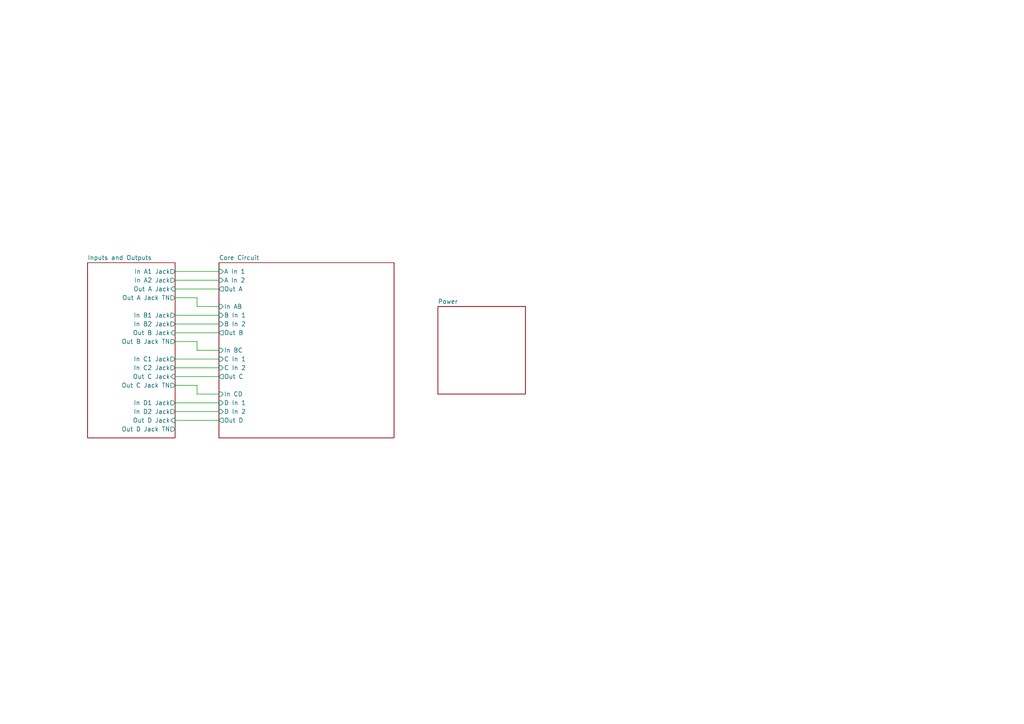
<source format=kicad_sch>
(kicad_sch
	(version 20250114)
	(generator "eeschema")
	(generator_version "9.0")
	(uuid "58f4306d-5387-4983-bb08-41a2313fd315")
	(paper "A4")
	(title_block
		(rev "1")
		(company "DMH Instruments")
		(comment 1 "PCB for 5 cm Kosmo format synthesizer module")
	)
	(lib_symbols)
	(wire
		(pts
			(xy 50.8 93.98) (xy 63.5 93.98)
		)
		(stroke
			(width 0)
			(type default)
		)
		(uuid "02e39b95-bc6b-4f3b-8c2e-4ef584642493")
	)
	(wire
		(pts
			(xy 57.15 99.06) (xy 57.15 101.6)
		)
		(stroke
			(width 0)
			(type default)
		)
		(uuid "158160fc-d0ee-403c-bf07-ae89142fca32")
	)
	(wire
		(pts
			(xy 50.8 109.22) (xy 63.5 109.22)
		)
		(stroke
			(width 0)
			(type default)
		)
		(uuid "21e66f2c-ab8e-435b-a447-60b41cea1003")
	)
	(wire
		(pts
			(xy 50.8 104.14) (xy 63.5 104.14)
		)
		(stroke
			(width 0)
			(type default)
		)
		(uuid "368b8d7a-60ea-4371-9487-1b2c5354c542")
	)
	(wire
		(pts
			(xy 50.8 106.68) (xy 63.5 106.68)
		)
		(stroke
			(width 0)
			(type default)
		)
		(uuid "548cfe8f-454d-4b6e-8918-e2abe8cb44de")
	)
	(wire
		(pts
			(xy 50.8 99.06) (xy 57.15 99.06)
		)
		(stroke
			(width 0)
			(type default)
		)
		(uuid "56159071-4cfa-4e27-af49-f3d40532ee73")
	)
	(wire
		(pts
			(xy 57.15 88.9) (xy 63.5 88.9)
		)
		(stroke
			(width 0)
			(type default)
		)
		(uuid "61a9ec41-f445-4b4e-973b-a99e1058d3ef")
	)
	(wire
		(pts
			(xy 57.15 101.6) (xy 63.5 101.6)
		)
		(stroke
			(width 0)
			(type default)
		)
		(uuid "77092a0d-ed6a-41b8-aeac-ca042331bfd0")
	)
	(wire
		(pts
			(xy 57.15 111.76) (xy 57.15 114.3)
		)
		(stroke
			(width 0)
			(type default)
		)
		(uuid "81049d38-f346-4843-88ed-69552d314c28")
	)
	(wire
		(pts
			(xy 50.8 83.82) (xy 63.5 83.82)
		)
		(stroke
			(width 0)
			(type default)
		)
		(uuid "8a964a06-2f3d-4b1c-968c-ef671413378b")
	)
	(wire
		(pts
			(xy 50.8 116.84) (xy 63.5 116.84)
		)
		(stroke
			(width 0)
			(type default)
		)
		(uuid "91410cb7-72f6-41c2-92c2-e97891135996")
	)
	(wire
		(pts
			(xy 50.8 78.74) (xy 63.5 78.74)
		)
		(stroke
			(width 0)
			(type default)
		)
		(uuid "9229d11d-b149-4dcd-9ac4-2cd21e654b50")
	)
	(wire
		(pts
			(xy 50.8 91.44) (xy 63.5 91.44)
		)
		(stroke
			(width 0)
			(type default)
		)
		(uuid "95d0d7cc-3cdb-44a6-a570-d037c6798c74")
	)
	(wire
		(pts
			(xy 50.8 96.52) (xy 63.5 96.52)
		)
		(stroke
			(width 0)
			(type default)
		)
		(uuid "9f096f97-352d-4c8b-b0fb-17536cd45206")
	)
	(wire
		(pts
			(xy 50.8 81.28) (xy 63.5 81.28)
		)
		(stroke
			(width 0)
			(type default)
		)
		(uuid "b1dbe868-7d66-4f78-b754-b84e130580dd")
	)
	(wire
		(pts
			(xy 50.8 121.92) (xy 63.5 121.92)
		)
		(stroke
			(width 0)
			(type default)
		)
		(uuid "bde68628-ae75-4a7d-afae-d839dc3d2d4a")
	)
	(wire
		(pts
			(xy 57.15 86.36) (xy 57.15 88.9)
		)
		(stroke
			(width 0)
			(type default)
		)
		(uuid "c6016b8d-ddd4-4ed6-9d4f-3425719133ce")
	)
	(wire
		(pts
			(xy 50.8 111.76) (xy 57.15 111.76)
		)
		(stroke
			(width 0)
			(type default)
		)
		(uuid "cf87dd95-cf25-4b81-a9a0-9e4569658525")
	)
	(wire
		(pts
			(xy 50.8 86.36) (xy 57.15 86.36)
		)
		(stroke
			(width 0)
			(type default)
		)
		(uuid "d0758188-af10-4f40-a70f-3614c81092ca")
	)
	(wire
		(pts
			(xy 50.8 119.38) (xy 63.5 119.38)
		)
		(stroke
			(width 0)
			(type default)
		)
		(uuid "d2fb1227-fa68-469f-b73e-b0ad70a4620e")
	)
	(wire
		(pts
			(xy 57.15 114.3) (xy 63.5 114.3)
		)
		(stroke
			(width 0)
			(type default)
		)
		(uuid "fd72414c-6179-4f41-885e-3ab15a678d31")
	)
	(sheet
		(at 127 88.9)
		(size 25.4 25.4)
		(exclude_from_sim no)
		(in_bom yes)
		(on_board yes)
		(dnp no)
		(fields_autoplaced yes)
		(stroke
			(width 0.1524)
			(type solid)
		)
		(fill
			(color 0 0 0 0.0000)
		)
		(uuid "0cdf34b2-39cd-4d9e-981a-97cd34791509")
		(property "Sheetname" "Power"
			(at 127 88.1884 0)
			(effects
				(font
					(size 1.27 1.27)
				)
				(justify left bottom)
			)
		)
		(property "Sheetfile" "Power.kicad_sch"
			(at 127 114.8846 0)
			(effects
				(font
					(size 1.27 1.27)
				)
				(justify left top)
				(hide yes)
			)
		)
		(instances
			(project "DMH_CV_Mixer_PCB_1"
				(path "/58f4306d-5387-4983-bb08-41a2313fd315"
					(page "4")
				)
			)
		)
	)
	(sheet
		(at 63.5 76.2)
		(size 50.8 50.8)
		(exclude_from_sim no)
		(in_bom yes)
		(on_board yes)
		(dnp no)
		(fields_autoplaced yes)
		(stroke
			(width 0.1524)
			(type solid)
		)
		(fill
			(color 0 0 0 0.0000)
		)
		(uuid "7ad2d702-dfb7-4d49-a82d-34430dd5948f")
		(property "Sheetname" "Core Circuit"
			(at 63.5 75.4884 0)
			(effects
				(font
					(size 1.27 1.27)
				)
				(justify left bottom)
			)
		)
		(property "Sheetfile" "Core_Circuit.kicad_sch"
			(at 63.5 127.5846 0)
			(effects
				(font
					(size 1.27 1.27)
				)
				(justify left top)
				(hide yes)
			)
		)
		(pin "A In 1" input
			(at 63.5 78.74 180)
			(uuid "6599b352-47ab-4010-a3a8-9f7b5035fb11")
			(effects
				(font
					(size 1.27 1.27)
				)
				(justify left)
			)
		)
		(pin "A In 2" input
			(at 63.5 81.28 180)
			(uuid "5d480cf3-c407-49e0-b58e-7fb189d40317")
			(effects
				(font
					(size 1.27 1.27)
				)
				(justify left)
			)
		)
		(pin "B In 1" input
			(at 63.5 91.44 180)
			(uuid "7f92441a-9f51-4308-8b8d-dc7de6af9dce")
			(effects
				(font
					(size 1.27 1.27)
				)
				(justify left)
			)
		)
		(pin "B In 2" input
			(at 63.5 93.98 180)
			(uuid "107a54c2-d7b5-430b-9eaa-90962412c478")
			(effects
				(font
					(size 1.27 1.27)
				)
				(justify left)
			)
		)
		(pin "C In 1" input
			(at 63.5 104.14 180)
			(uuid "7e9dba86-d5d9-4eca-88c9-83ae4300640e")
			(effects
				(font
					(size 1.27 1.27)
				)
				(justify left)
			)
		)
		(pin "C In 2" input
			(at 63.5 106.68 180)
			(uuid "e809f648-f4d8-402b-9cdf-ae95f26dca32")
			(effects
				(font
					(size 1.27 1.27)
				)
				(justify left)
			)
		)
		(pin "D In 1" input
			(at 63.5 116.84 180)
			(uuid "28aeef36-8652-44b8-b468-e0da71aca0bc")
			(effects
				(font
					(size 1.27 1.27)
				)
				(justify left)
			)
		)
		(pin "D In 2" input
			(at 63.5 119.38 180)
			(uuid "a8cd222b-09c8-4b20-8f29-1fce0a38e2bb")
			(effects
				(font
					(size 1.27 1.27)
				)
				(justify left)
			)
		)
		(pin "Out A" output
			(at 63.5 83.82 180)
			(uuid "4c176d54-c742-4c39-bc91-83847c3a919b")
			(effects
				(font
					(size 1.27 1.27)
				)
				(justify left)
			)
		)
		(pin "Out B" output
			(at 63.5 96.52 180)
			(uuid "22aa2ab9-1484-4914-b73c-3298e7e9682b")
			(effects
				(font
					(size 1.27 1.27)
				)
				(justify left)
			)
		)
		(pin "Out C" output
			(at 63.5 109.22 180)
			(uuid "767d1b97-16c3-4c4e-b2c9-06b689f54912")
			(effects
				(font
					(size 1.27 1.27)
				)
				(justify left)
			)
		)
		(pin "Out D" output
			(at 63.5 121.92 180)
			(uuid "d00ac2cb-9dc6-4d18-b6ad-59b6bc6c9123")
			(effects
				(font
					(size 1.27 1.27)
				)
				(justify left)
			)
		)
		(pin "In AB" input
			(at 63.5 88.9 180)
			(uuid "f4d99735-972d-44df-b9b3-adfe8db1d083")
			(effects
				(font
					(size 1.27 1.27)
				)
				(justify left)
			)
		)
		(pin "In BC" input
			(at 63.5 101.6 180)
			(uuid "5b331dbd-c9fd-4093-8409-ca966b913e86")
			(effects
				(font
					(size 1.27 1.27)
				)
				(justify left)
			)
		)
		(pin "In CD" input
			(at 63.5 114.3 180)
			(uuid "7c4ad2d0-ceed-4636-a8a8-4a4422baaee5")
			(effects
				(font
					(size 1.27 1.27)
				)
				(justify left)
			)
		)
		(instances
			(project "DMH_CV_Mixer_PCB_1"
				(path "/58f4306d-5387-4983-bb08-41a2313fd315"
					(page "3")
				)
			)
		)
	)
	(sheet
		(at 25.4 76.2)
		(size 25.4 50.8)
		(exclude_from_sim no)
		(in_bom yes)
		(on_board yes)
		(dnp no)
		(fields_autoplaced yes)
		(stroke
			(width 0.1524)
			(type solid)
		)
		(fill
			(color 0 0 0 0.0000)
		)
		(uuid "ce3fef8b-9f1d-4178-b50b-4a046c030679")
		(property "Sheetname" "Inputs and Outputs"
			(at 25.4 75.4884 0)
			(effects
				(font
					(size 1.27 1.27)
				)
				(justify left bottom)
			)
		)
		(property "Sheetfile" "Inputs_and_Outputs.kicad_sch"
			(at 25.4 127.5846 0)
			(effects
				(font
					(size 1.27 1.27)
				)
				(justify left top)
				(hide yes)
			)
		)
		(pin "In A1 Jack" output
			(at 50.8 78.74 0)
			(uuid "0d10e579-2b22-491c-958d-441590609b03")
			(effects
				(font
					(size 1.27 1.27)
				)
				(justify right)
			)
		)
		(pin "In A2 Jack" output
			(at 50.8 81.28 0)
			(uuid "e0f2b6e8-0f43-4352-abf3-cc5f38e138b2")
			(effects
				(font
					(size 1.27 1.27)
				)
				(justify right)
			)
		)
		(pin "In B1 Jack" output
			(at 50.8 91.44 0)
			(uuid "c3ffa3a6-ced8-496c-b22d-60a560b34aa0")
			(effects
				(font
					(size 1.27 1.27)
				)
				(justify right)
			)
		)
		(pin "In B2 Jack" output
			(at 50.8 93.98 0)
			(uuid "55e02e4c-8af9-4934-a14e-23497ac1f4b6")
			(effects
				(font
					(size 1.27 1.27)
				)
				(justify right)
			)
		)
		(pin "In C1 Jack" output
			(at 50.8 104.14 0)
			(uuid "b420f46c-8184-4661-924c-6f7f47fd1dc8")
			(effects
				(font
					(size 1.27 1.27)
				)
				(justify right)
			)
		)
		(pin "In C2 Jack" output
			(at 50.8 106.68 0)
			(uuid "7d2977e7-7fff-4370-a630-09996504a60f")
			(effects
				(font
					(size 1.27 1.27)
				)
				(justify right)
			)
		)
		(pin "In D1 Jack" output
			(at 50.8 116.84 0)
			(uuid "e66e0892-fb04-4ed4-9dd7-e388dbbecb88")
			(effects
				(font
					(size 1.27 1.27)
				)
				(justify right)
			)
		)
		(pin "In D2 Jack" output
			(at 50.8 119.38 0)
			(uuid "14a2668f-d645-4796-a155-c4ef1c8b79e2")
			(effects
				(font
					(size 1.27 1.27)
				)
				(justify right)
			)
		)
		(pin "Out A Jack" input
			(at 50.8 83.82 0)
			(uuid "55d74057-2c2d-4eb1-af24-74314387bb34")
			(effects
				(font
					(size 1.27 1.27)
				)
				(justify right)
			)
		)
		(pin "Out A Jack TN" output
			(at 50.8 86.36 0)
			(uuid "986d8dfc-3648-4501-9e5c-9174393d3c80")
			(effects
				(font
					(size 1.27 1.27)
				)
				(justify right)
			)
		)
		(pin "Out B Jack" input
			(at 50.8 96.52 0)
			(uuid "c02e24ec-5aa2-4dfa-a155-185282657137")
			(effects
				(font
					(size 1.27 1.27)
				)
				(justify right)
			)
		)
		(pin "Out B Jack TN" output
			(at 50.8 99.06 0)
			(uuid "3dc3e324-9667-40c9-bd7e-a6bbcf7a65f1")
			(effects
				(font
					(size 1.27 1.27)
				)
				(justify right)
			)
		)
		(pin "Out C Jack" input
			(at 50.8 109.22 0)
			(uuid "2933f9ec-4d9e-4361-ab20-4268648bd785")
			(effects
				(font
					(size 1.27 1.27)
				)
				(justify right)
			)
		)
		(pin "Out C Jack TN" output
			(at 50.8 111.76 0)
			(uuid "d9e31e73-69c5-4505-a87f-c40431ddb77d")
			(effects
				(font
					(size 1.27 1.27)
				)
				(justify right)
			)
		)
		(pin "Out D Jack" input
			(at 50.8 121.92 0)
			(uuid "609d7a2f-5da6-4abc-b4d8-e9ad0535e25f")
			(effects
				(font
					(size 1.27 1.27)
				)
				(justify right)
			)
		)
		(pin "Out D Jack TN" output
			(at 50.8 124.46 0)
			(uuid "0a69751b-7237-4539-b547-5491c33156e0")
			(effects
				(font
					(size 1.27 1.27)
				)
				(justify right)
			)
		)
		(instances
			(project "DMH_CV_Mixer_PCB_1"
				(path "/58f4306d-5387-4983-bb08-41a2313fd315"
					(page "2")
				)
			)
		)
	)
	(sheet_instances
		(path "/"
			(page "1")
		)
	)
	(embedded_fonts no)
)

</source>
